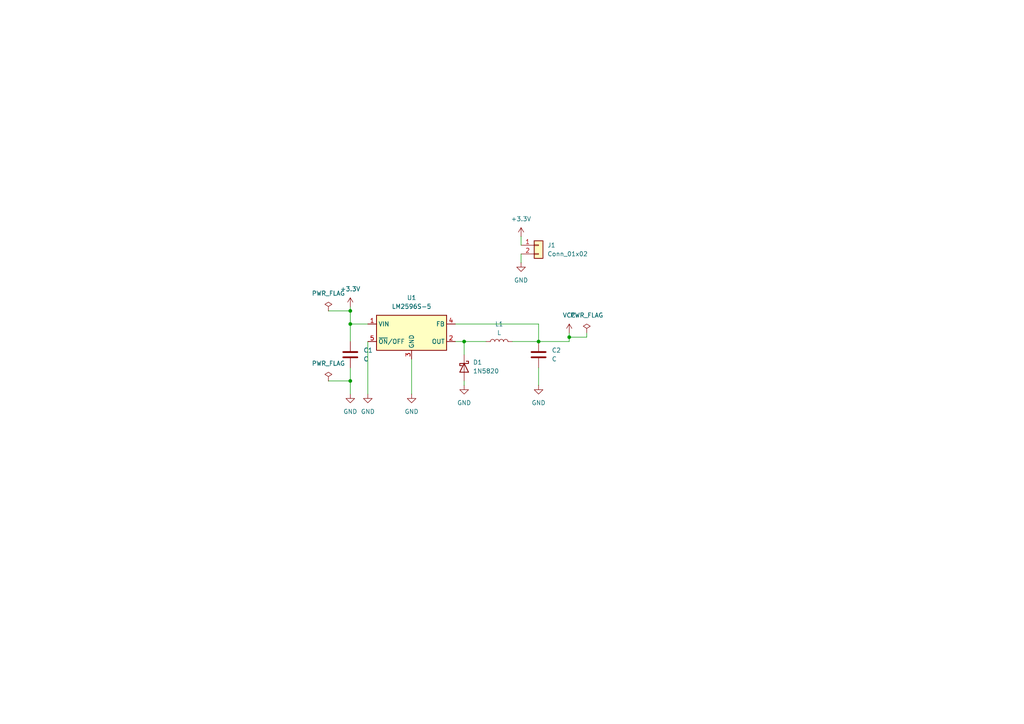
<source format=kicad_sch>
(kicad_sch
	(version 20250114)
	(generator "eeschema")
	(generator_version "9.0")
	(uuid "f8e1c99f-a4ff-45cc-8bbb-4d0a1c31023a")
	(paper "A4")
	(lib_symbols
		(symbol "Connector_Generic:Conn_01x02"
			(pin_names
				(offset 1.016)
				(hide yes)
			)
			(exclude_from_sim no)
			(in_bom yes)
			(on_board yes)
			(property "Reference" "J"
				(at 0 2.54 0)
				(effects
					(font
						(size 1.27 1.27)
					)
				)
			)
			(property "Value" "Conn_01x02"
				(at 0 -5.08 0)
				(effects
					(font
						(size 1.27 1.27)
					)
				)
			)
			(property "Footprint" ""
				(at 0 0 0)
				(effects
					(font
						(size 1.27 1.27)
					)
					(hide yes)
				)
			)
			(property "Datasheet" "~"
				(at 0 0 0)
				(effects
					(font
						(size 1.27 1.27)
					)
					(hide yes)
				)
			)
			(property "Description" "Generic connector, single row, 01x02, script generated (kicad-library-utils/schlib/autogen/connector/)"
				(at 0 0 0)
				(effects
					(font
						(size 1.27 1.27)
					)
					(hide yes)
				)
			)
			(property "ki_keywords" "connector"
				(at 0 0 0)
				(effects
					(font
						(size 1.27 1.27)
					)
					(hide yes)
				)
			)
			(property "ki_fp_filters" "Connector*:*_1x??_*"
				(at 0 0 0)
				(effects
					(font
						(size 1.27 1.27)
					)
					(hide yes)
				)
			)
			(symbol "Conn_01x02_1_1"
				(rectangle
					(start -1.27 1.27)
					(end 1.27 -3.81)
					(stroke
						(width 0.254)
						(type default)
					)
					(fill
						(type background)
					)
				)
				(rectangle
					(start -1.27 0.127)
					(end 0 -0.127)
					(stroke
						(width 0.1524)
						(type default)
					)
					(fill
						(type none)
					)
				)
				(rectangle
					(start -1.27 -2.413)
					(end 0 -2.667)
					(stroke
						(width 0.1524)
						(type default)
					)
					(fill
						(type none)
					)
				)
				(pin passive line
					(at -5.08 0 0)
					(length 3.81)
					(name "Pin_1"
						(effects
							(font
								(size 1.27 1.27)
							)
						)
					)
					(number "1"
						(effects
							(font
								(size 1.27 1.27)
							)
						)
					)
				)
				(pin passive line
					(at -5.08 -2.54 0)
					(length 3.81)
					(name "Pin_2"
						(effects
							(font
								(size 1.27 1.27)
							)
						)
					)
					(number "2"
						(effects
							(font
								(size 1.27 1.27)
							)
						)
					)
				)
			)
			(embedded_fonts no)
		)
		(symbol "Device:C"
			(pin_numbers
				(hide yes)
			)
			(pin_names
				(offset 0.254)
			)
			(exclude_from_sim no)
			(in_bom yes)
			(on_board yes)
			(property "Reference" "C"
				(at 0.635 2.54 0)
				(effects
					(font
						(size 1.27 1.27)
					)
					(justify left)
				)
			)
			(property "Value" "C"
				(at 0.635 -2.54 0)
				(effects
					(font
						(size 1.27 1.27)
					)
					(justify left)
				)
			)
			(property "Footprint" ""
				(at 0.9652 -3.81 0)
				(effects
					(font
						(size 1.27 1.27)
					)
					(hide yes)
				)
			)
			(property "Datasheet" "~"
				(at 0 0 0)
				(effects
					(font
						(size 1.27 1.27)
					)
					(hide yes)
				)
			)
			(property "Description" "Unpolarized capacitor"
				(at 0 0 0)
				(effects
					(font
						(size 1.27 1.27)
					)
					(hide yes)
				)
			)
			(property "ki_keywords" "cap capacitor"
				(at 0 0 0)
				(effects
					(font
						(size 1.27 1.27)
					)
					(hide yes)
				)
			)
			(property "ki_fp_filters" "C_*"
				(at 0 0 0)
				(effects
					(font
						(size 1.27 1.27)
					)
					(hide yes)
				)
			)
			(symbol "C_0_1"
				(polyline
					(pts
						(xy -2.032 0.762) (xy 2.032 0.762)
					)
					(stroke
						(width 0.508)
						(type default)
					)
					(fill
						(type none)
					)
				)
				(polyline
					(pts
						(xy -2.032 -0.762) (xy 2.032 -0.762)
					)
					(stroke
						(width 0.508)
						(type default)
					)
					(fill
						(type none)
					)
				)
			)
			(symbol "C_1_1"
				(pin passive line
					(at 0 3.81 270)
					(length 2.794)
					(name "~"
						(effects
							(font
								(size 1.27 1.27)
							)
						)
					)
					(number "1"
						(effects
							(font
								(size 1.27 1.27)
							)
						)
					)
				)
				(pin passive line
					(at 0 -3.81 90)
					(length 2.794)
					(name "~"
						(effects
							(font
								(size 1.27 1.27)
							)
						)
					)
					(number "2"
						(effects
							(font
								(size 1.27 1.27)
							)
						)
					)
				)
			)
			(embedded_fonts no)
		)
		(symbol "Device:L"
			(pin_numbers
				(hide yes)
			)
			(pin_names
				(offset 1.016)
				(hide yes)
			)
			(exclude_from_sim no)
			(in_bom yes)
			(on_board yes)
			(property "Reference" "L"
				(at -1.27 0 90)
				(effects
					(font
						(size 1.27 1.27)
					)
				)
			)
			(property "Value" "L"
				(at 1.905 0 90)
				(effects
					(font
						(size 1.27 1.27)
					)
				)
			)
			(property "Footprint" ""
				(at 0 0 0)
				(effects
					(font
						(size 1.27 1.27)
					)
					(hide yes)
				)
			)
			(property "Datasheet" "~"
				(at 0 0 0)
				(effects
					(font
						(size 1.27 1.27)
					)
					(hide yes)
				)
			)
			(property "Description" "Inductor"
				(at 0 0 0)
				(effects
					(font
						(size 1.27 1.27)
					)
					(hide yes)
				)
			)
			(property "ki_keywords" "inductor choke coil reactor magnetic"
				(at 0 0 0)
				(effects
					(font
						(size 1.27 1.27)
					)
					(hide yes)
				)
			)
			(property "ki_fp_filters" "Choke_* *Coil* Inductor_* L_*"
				(at 0 0 0)
				(effects
					(font
						(size 1.27 1.27)
					)
					(hide yes)
				)
			)
			(symbol "L_0_1"
				(arc
					(start 0 2.54)
					(mid 0.6323 1.905)
					(end 0 1.27)
					(stroke
						(width 0)
						(type default)
					)
					(fill
						(type none)
					)
				)
				(arc
					(start 0 1.27)
					(mid 0.6323 0.635)
					(end 0 0)
					(stroke
						(width 0)
						(type default)
					)
					(fill
						(type none)
					)
				)
				(arc
					(start 0 0)
					(mid 0.6323 -0.635)
					(end 0 -1.27)
					(stroke
						(width 0)
						(type default)
					)
					(fill
						(type none)
					)
				)
				(arc
					(start 0 -1.27)
					(mid 0.6323 -1.905)
					(end 0 -2.54)
					(stroke
						(width 0)
						(type default)
					)
					(fill
						(type none)
					)
				)
			)
			(symbol "L_1_1"
				(pin passive line
					(at 0 3.81 270)
					(length 1.27)
					(name "1"
						(effects
							(font
								(size 1.27 1.27)
							)
						)
					)
					(number "1"
						(effects
							(font
								(size 1.27 1.27)
							)
						)
					)
				)
				(pin passive line
					(at 0 -3.81 90)
					(length 1.27)
					(name "2"
						(effects
							(font
								(size 1.27 1.27)
							)
						)
					)
					(number "2"
						(effects
							(font
								(size 1.27 1.27)
							)
						)
					)
				)
			)
			(embedded_fonts no)
		)
		(symbol "Diode:1N5820"
			(pin_numbers
				(hide yes)
			)
			(pin_names
				(offset 1.016)
				(hide yes)
			)
			(exclude_from_sim no)
			(in_bom yes)
			(on_board yes)
			(property "Reference" "D"
				(at 0 2.54 0)
				(effects
					(font
						(size 1.27 1.27)
					)
				)
			)
			(property "Value" "1N5820"
				(at 0 -2.54 0)
				(effects
					(font
						(size 1.27 1.27)
					)
				)
			)
			(property "Footprint" "Diode_THT:D_DO-201AD_P15.24mm_Horizontal"
				(at 0 -4.445 0)
				(effects
					(font
						(size 1.27 1.27)
					)
					(hide yes)
				)
			)
			(property "Datasheet" "http://www.vishay.com/docs/88526/1n5820.pdf"
				(at 0 0 0)
				(effects
					(font
						(size 1.27 1.27)
					)
					(hide yes)
				)
			)
			(property "Description" "20V 3A Schottky Barrier Rectifier Diode, DO-201AD"
				(at 0 0 0)
				(effects
					(font
						(size 1.27 1.27)
					)
					(hide yes)
				)
			)
			(property "ki_keywords" "diode Schottky"
				(at 0 0 0)
				(effects
					(font
						(size 1.27 1.27)
					)
					(hide yes)
				)
			)
			(property "ki_fp_filters" "D*DO?201AD*"
				(at 0 0 0)
				(effects
					(font
						(size 1.27 1.27)
					)
					(hide yes)
				)
			)
			(symbol "1N5820_0_1"
				(polyline
					(pts
						(xy -1.905 0.635) (xy -1.905 1.27) (xy -1.27 1.27) (xy -1.27 -1.27) (xy -0.635 -1.27) (xy -0.635 -0.635)
					)
					(stroke
						(width 0.254)
						(type default)
					)
					(fill
						(type none)
					)
				)
				(polyline
					(pts
						(xy 1.27 1.27) (xy 1.27 -1.27) (xy -1.27 0) (xy 1.27 1.27)
					)
					(stroke
						(width 0.254)
						(type default)
					)
					(fill
						(type none)
					)
				)
				(polyline
					(pts
						(xy 1.27 0) (xy -1.27 0)
					)
					(stroke
						(width 0)
						(type default)
					)
					(fill
						(type none)
					)
				)
			)
			(symbol "1N5820_1_1"
				(pin passive line
					(at -3.81 0 0)
					(length 2.54)
					(name "K"
						(effects
							(font
								(size 1.27 1.27)
							)
						)
					)
					(number "1"
						(effects
							(font
								(size 1.27 1.27)
							)
						)
					)
				)
				(pin passive line
					(at 3.81 0 180)
					(length 2.54)
					(name "A"
						(effects
							(font
								(size 1.27 1.27)
							)
						)
					)
					(number "2"
						(effects
							(font
								(size 1.27 1.27)
							)
						)
					)
				)
			)
			(embedded_fonts no)
		)
		(symbol "Regulator_Switching:LM2596S-5"
			(exclude_from_sim no)
			(in_bom yes)
			(on_board yes)
			(property "Reference" "U"
				(at -10.16 6.35 0)
				(effects
					(font
						(size 1.27 1.27)
					)
					(justify left)
				)
			)
			(property "Value" "LM2596S-5"
				(at 0 6.35 0)
				(effects
					(font
						(size 1.27 1.27)
					)
					(justify left)
				)
			)
			(property "Footprint" "Package_TO_SOT_SMD:TO-263-5_TabPin3"
				(at 1.27 -6.35 0)
				(effects
					(font
						(size 1.27 1.27)
						(italic yes)
					)
					(justify left)
					(hide yes)
				)
			)
			(property "Datasheet" "http://www.ti.com/lit/ds/symlink/lm2596.pdf"
				(at 0 0 0)
				(effects
					(font
						(size 1.27 1.27)
					)
					(hide yes)
				)
			)
			(property "Description" "5V 3A Step-Down Voltage Regulator, TO-263"
				(at 0 0 0)
				(effects
					(font
						(size 1.27 1.27)
					)
					(hide yes)
				)
			)
			(property "ki_keywords" "Step-Down Voltage Regulator 5V 3A"
				(at 0 0 0)
				(effects
					(font
						(size 1.27 1.27)
					)
					(hide yes)
				)
			)
			(property "ki_fp_filters" "TO?263*"
				(at 0 0 0)
				(effects
					(font
						(size 1.27 1.27)
					)
					(hide yes)
				)
			)
			(symbol "LM2596S-5_0_1"
				(rectangle
					(start -10.16 5.08)
					(end 10.16 -5.08)
					(stroke
						(width 0.254)
						(type default)
					)
					(fill
						(type background)
					)
				)
			)
			(symbol "LM2596S-5_1_1"
				(pin power_in line
					(at -12.7 2.54 0)
					(length 2.54)
					(name "VIN"
						(effects
							(font
								(size 1.27 1.27)
							)
						)
					)
					(number "1"
						(effects
							(font
								(size 1.27 1.27)
							)
						)
					)
				)
				(pin input line
					(at -12.7 -2.54 0)
					(length 2.54)
					(name "~{ON}/OFF"
						(effects
							(font
								(size 1.27 1.27)
							)
						)
					)
					(number "5"
						(effects
							(font
								(size 1.27 1.27)
							)
						)
					)
				)
				(pin power_in line
					(at 0 -7.62 90)
					(length 2.54)
					(name "GND"
						(effects
							(font
								(size 1.27 1.27)
							)
						)
					)
					(number "3"
						(effects
							(font
								(size 1.27 1.27)
							)
						)
					)
				)
				(pin input line
					(at 12.7 2.54 180)
					(length 2.54)
					(name "FB"
						(effects
							(font
								(size 1.27 1.27)
							)
						)
					)
					(number "4"
						(effects
							(font
								(size 1.27 1.27)
							)
						)
					)
				)
				(pin output line
					(at 12.7 -2.54 180)
					(length 2.54)
					(name "OUT"
						(effects
							(font
								(size 1.27 1.27)
							)
						)
					)
					(number "2"
						(effects
							(font
								(size 1.27 1.27)
							)
						)
					)
				)
			)
			(embedded_fonts no)
		)
		(symbol "power:+3.3V"
			(power)
			(pin_numbers
				(hide yes)
			)
			(pin_names
				(offset 0)
				(hide yes)
			)
			(exclude_from_sim no)
			(in_bom yes)
			(on_board yes)
			(property "Reference" "#PWR"
				(at 0 -3.81 0)
				(effects
					(font
						(size 1.27 1.27)
					)
					(hide yes)
				)
			)
			(property "Value" "+3.3V"
				(at 0 3.556 0)
				(effects
					(font
						(size 1.27 1.27)
					)
				)
			)
			(property "Footprint" ""
				(at 0 0 0)
				(effects
					(font
						(size 1.27 1.27)
					)
					(hide yes)
				)
			)
			(property "Datasheet" ""
				(at 0 0 0)
				(effects
					(font
						(size 1.27 1.27)
					)
					(hide yes)
				)
			)
			(property "Description" "Power symbol creates a global label with name \"+3.3V\""
				(at 0 0 0)
				(effects
					(font
						(size 1.27 1.27)
					)
					(hide yes)
				)
			)
			(property "ki_keywords" "global power"
				(at 0 0 0)
				(effects
					(font
						(size 1.27 1.27)
					)
					(hide yes)
				)
			)
			(symbol "+3.3V_0_1"
				(polyline
					(pts
						(xy -0.762 1.27) (xy 0 2.54)
					)
					(stroke
						(width 0)
						(type default)
					)
					(fill
						(type none)
					)
				)
				(polyline
					(pts
						(xy 0 2.54) (xy 0.762 1.27)
					)
					(stroke
						(width 0)
						(type default)
					)
					(fill
						(type none)
					)
				)
				(polyline
					(pts
						(xy 0 0) (xy 0 2.54)
					)
					(stroke
						(width 0)
						(type default)
					)
					(fill
						(type none)
					)
				)
			)
			(symbol "+3.3V_1_1"
				(pin power_in line
					(at 0 0 90)
					(length 0)
					(name "~"
						(effects
							(font
								(size 1.27 1.27)
							)
						)
					)
					(number "1"
						(effects
							(font
								(size 1.27 1.27)
							)
						)
					)
				)
			)
			(embedded_fonts no)
		)
		(symbol "power:GND"
			(power)
			(pin_numbers
				(hide yes)
			)
			(pin_names
				(offset 0)
				(hide yes)
			)
			(exclude_from_sim no)
			(in_bom yes)
			(on_board yes)
			(property "Reference" "#PWR"
				(at 0 -6.35 0)
				(effects
					(font
						(size 1.27 1.27)
					)
					(hide yes)
				)
			)
			(property "Value" "GND"
				(at 0 -3.81 0)
				(effects
					(font
						(size 1.27 1.27)
					)
				)
			)
			(property "Footprint" ""
				(at 0 0 0)
				(effects
					(font
						(size 1.27 1.27)
					)
					(hide yes)
				)
			)
			(property "Datasheet" ""
				(at 0 0 0)
				(effects
					(font
						(size 1.27 1.27)
					)
					(hide yes)
				)
			)
			(property "Description" "Power symbol creates a global label with name \"GND\" , ground"
				(at 0 0 0)
				(effects
					(font
						(size 1.27 1.27)
					)
					(hide yes)
				)
			)
			(property "ki_keywords" "global power"
				(at 0 0 0)
				(effects
					(font
						(size 1.27 1.27)
					)
					(hide yes)
				)
			)
			(symbol "GND_0_1"
				(polyline
					(pts
						(xy 0 0) (xy 0 -1.27) (xy 1.27 -1.27) (xy 0 -2.54) (xy -1.27 -1.27) (xy 0 -1.27)
					)
					(stroke
						(width 0)
						(type default)
					)
					(fill
						(type none)
					)
				)
			)
			(symbol "GND_1_1"
				(pin power_in line
					(at 0 0 270)
					(length 0)
					(name "~"
						(effects
							(font
								(size 1.27 1.27)
							)
						)
					)
					(number "1"
						(effects
							(font
								(size 1.27 1.27)
							)
						)
					)
				)
			)
			(embedded_fonts no)
		)
		(symbol "power:PWR_FLAG"
			(power)
			(pin_numbers
				(hide yes)
			)
			(pin_names
				(offset 0)
				(hide yes)
			)
			(exclude_from_sim no)
			(in_bom yes)
			(on_board yes)
			(property "Reference" "#FLG"
				(at 0 1.905 0)
				(effects
					(font
						(size 1.27 1.27)
					)
					(hide yes)
				)
			)
			(property "Value" "PWR_FLAG"
				(at 0 3.81 0)
				(effects
					(font
						(size 1.27 1.27)
					)
				)
			)
			(property "Footprint" ""
				(at 0 0 0)
				(effects
					(font
						(size 1.27 1.27)
					)
					(hide yes)
				)
			)
			(property "Datasheet" "~"
				(at 0 0 0)
				(effects
					(font
						(size 1.27 1.27)
					)
					(hide yes)
				)
			)
			(property "Description" "Special symbol for telling ERC where power comes from"
				(at 0 0 0)
				(effects
					(font
						(size 1.27 1.27)
					)
					(hide yes)
				)
			)
			(property "ki_keywords" "flag power"
				(at 0 0 0)
				(effects
					(font
						(size 1.27 1.27)
					)
					(hide yes)
				)
			)
			(symbol "PWR_FLAG_0_0"
				(pin power_out line
					(at 0 0 90)
					(length 0)
					(name "~"
						(effects
							(font
								(size 1.27 1.27)
							)
						)
					)
					(number "1"
						(effects
							(font
								(size 1.27 1.27)
							)
						)
					)
				)
			)
			(symbol "PWR_FLAG_0_1"
				(polyline
					(pts
						(xy 0 0) (xy 0 1.27) (xy -1.016 1.905) (xy 0 2.54) (xy 1.016 1.905) (xy 0 1.27)
					)
					(stroke
						(width 0)
						(type default)
					)
					(fill
						(type none)
					)
				)
			)
			(embedded_fonts no)
		)
		(symbol "power:VCC"
			(power)
			(pin_numbers
				(hide yes)
			)
			(pin_names
				(offset 0)
				(hide yes)
			)
			(exclude_from_sim no)
			(in_bom yes)
			(on_board yes)
			(property "Reference" "#PWR"
				(at 0 -3.81 0)
				(effects
					(font
						(size 1.27 1.27)
					)
					(hide yes)
				)
			)
			(property "Value" "VCC"
				(at 0 3.556 0)
				(effects
					(font
						(size 1.27 1.27)
					)
				)
			)
			(property "Footprint" ""
				(at 0 0 0)
				(effects
					(font
						(size 1.27 1.27)
					)
					(hide yes)
				)
			)
			(property "Datasheet" ""
				(at 0 0 0)
				(effects
					(font
						(size 1.27 1.27)
					)
					(hide yes)
				)
			)
			(property "Description" "Power symbol creates a global label with name \"VCC\""
				(at 0 0 0)
				(effects
					(font
						(size 1.27 1.27)
					)
					(hide yes)
				)
			)
			(property "ki_keywords" "global power"
				(at 0 0 0)
				(effects
					(font
						(size 1.27 1.27)
					)
					(hide yes)
				)
			)
			(symbol "VCC_0_1"
				(polyline
					(pts
						(xy -0.762 1.27) (xy 0 2.54)
					)
					(stroke
						(width 0)
						(type default)
					)
					(fill
						(type none)
					)
				)
				(polyline
					(pts
						(xy 0 2.54) (xy 0.762 1.27)
					)
					(stroke
						(width 0)
						(type default)
					)
					(fill
						(type none)
					)
				)
				(polyline
					(pts
						(xy 0 0) (xy 0 2.54)
					)
					(stroke
						(width 0)
						(type default)
					)
					(fill
						(type none)
					)
				)
			)
			(symbol "VCC_1_1"
				(pin power_in line
					(at 0 0 90)
					(length 0)
					(name "~"
						(effects
							(font
								(size 1.27 1.27)
							)
						)
					)
					(number "1"
						(effects
							(font
								(size 1.27 1.27)
							)
						)
					)
				)
			)
			(embedded_fonts no)
		)
	)
	(junction
		(at 101.6 110.49)
		(diameter 0)
		(color 0 0 0 0)
		(uuid "2127caa7-efc6-4dcc-8147-d8e43da35576")
	)
	(junction
		(at 101.6 90.17)
		(diameter 0)
		(color 0 0 0 0)
		(uuid "7d84f46f-adde-40dd-b416-5637c4986610")
	)
	(junction
		(at 156.21 99.06)
		(diameter 0)
		(color 0 0 0 0)
		(uuid "95d237c6-c2ea-4237-aa52-207a039bb4eb")
	)
	(junction
		(at 134.62 99.06)
		(diameter 0)
		(color 0 0 0 0)
		(uuid "99bf6e01-7260-4ab7-905c-bb0056e483cc")
	)
	(junction
		(at 165.1 97.79)
		(diameter 0)
		(color 0 0 0 0)
		(uuid "cfcffb25-96aa-4a3b-90f8-0fb3dd885b64")
	)
	(junction
		(at 101.6 93.98)
		(diameter 0)
		(color 0 0 0 0)
		(uuid "ff90e17e-c1a3-49aa-baa7-cad93ec57499")
	)
	(wire
		(pts
			(xy 165.1 99.06) (xy 156.21 99.06)
		)
		(stroke
			(width 0)
			(type default)
		)
		(uuid "0f4677cf-9b88-49a2-8627-144cc873881e")
	)
	(wire
		(pts
			(xy 101.6 93.98) (xy 101.6 99.06)
		)
		(stroke
			(width 0)
			(type default)
		)
		(uuid "1031ba9b-c159-49a6-8f40-dbe85079d9aa")
	)
	(wire
		(pts
			(xy 106.68 99.06) (xy 106.68 114.3)
		)
		(stroke
			(width 0)
			(type default)
		)
		(uuid "1a4dc4f0-e787-4c1f-ada3-382bdb78b5f7")
	)
	(wire
		(pts
			(xy 148.59 99.06) (xy 156.21 99.06)
		)
		(stroke
			(width 0)
			(type default)
		)
		(uuid "1aa76e27-75ce-4d5a-bc7a-e9b34c9550e4")
	)
	(wire
		(pts
			(xy 95.25 110.49) (xy 101.6 110.49)
		)
		(stroke
			(width 0)
			(type default)
		)
		(uuid "2226eecc-7df7-48ef-817f-b3c14e0d748f")
	)
	(wire
		(pts
			(xy 165.1 97.79) (xy 165.1 99.06)
		)
		(stroke
			(width 0)
			(type default)
		)
		(uuid "48fc6a6e-9e76-473e-9bca-8c7c9b83e6f9")
	)
	(wire
		(pts
			(xy 165.1 96.52) (xy 165.1 97.79)
		)
		(stroke
			(width 0)
			(type default)
		)
		(uuid "4b53651f-3962-4f72-bf23-3807513a5476")
	)
	(wire
		(pts
			(xy 134.62 110.49) (xy 134.62 111.76)
		)
		(stroke
			(width 0)
			(type default)
		)
		(uuid "60f0832c-280c-4113-98f5-5e6a78239a1b")
	)
	(wire
		(pts
			(xy 134.62 99.06) (xy 134.62 102.87)
		)
		(stroke
			(width 0)
			(type default)
		)
		(uuid "64409610-daf2-405c-9a0d-1569ce41d02d")
	)
	(wire
		(pts
			(xy 156.21 106.68) (xy 156.21 111.76)
		)
		(stroke
			(width 0)
			(type default)
		)
		(uuid "691304be-6094-49a3-a941-dfcaf75607e2")
	)
	(wire
		(pts
			(xy 151.13 68.58) (xy 151.13 71.12)
		)
		(stroke
			(width 0)
			(type default)
		)
		(uuid "6a8a18a0-a7c6-4bd1-8c51-27565aa57261")
	)
	(wire
		(pts
			(xy 156.21 93.98) (xy 156.21 99.06)
		)
		(stroke
			(width 0)
			(type default)
		)
		(uuid "73b63e4b-66e4-4114-99cd-5db6ad78debe")
	)
	(wire
		(pts
			(xy 119.38 104.14) (xy 119.38 114.3)
		)
		(stroke
			(width 0)
			(type default)
		)
		(uuid "774129fe-1608-49bc-8977-9ba516366ac5")
	)
	(wire
		(pts
			(xy 134.62 99.06) (xy 140.97 99.06)
		)
		(stroke
			(width 0)
			(type default)
		)
		(uuid "864646e8-2b47-4361-b12b-a8dbd1ee8c3d")
	)
	(wire
		(pts
			(xy 101.6 90.17) (xy 101.6 93.98)
		)
		(stroke
			(width 0)
			(type default)
		)
		(uuid "87505e6d-448f-4ae9-9c22-4741842aea30")
	)
	(wire
		(pts
			(xy 170.18 97.79) (xy 165.1 97.79)
		)
		(stroke
			(width 0)
			(type default)
		)
		(uuid "8821a429-2d00-4662-9e0f-5c65f472a5c2")
	)
	(wire
		(pts
			(xy 101.6 88.9) (xy 101.6 90.17)
		)
		(stroke
			(width 0)
			(type default)
		)
		(uuid "8bb6747e-6f47-45bd-8a61-9b2041e83a34")
	)
	(wire
		(pts
			(xy 101.6 106.68) (xy 101.6 110.49)
		)
		(stroke
			(width 0)
			(type default)
		)
		(uuid "8dc9e98b-bc59-4fdd-89b8-702743b650a1")
	)
	(wire
		(pts
			(xy 101.6 110.49) (xy 101.6 114.3)
		)
		(stroke
			(width 0)
			(type default)
		)
		(uuid "b2265708-5ea6-452c-a20a-08c313487d97")
	)
	(wire
		(pts
			(xy 132.08 93.98) (xy 156.21 93.98)
		)
		(stroke
			(width 0)
			(type default)
		)
		(uuid "bd664e88-4782-4e18-acaf-89048628fb89")
	)
	(wire
		(pts
			(xy 101.6 93.98) (xy 106.68 93.98)
		)
		(stroke
			(width 0)
			(type default)
		)
		(uuid "c5feb510-dcb4-4491-aca7-c8a92db361fb")
	)
	(wire
		(pts
			(xy 151.13 73.66) (xy 151.13 76.2)
		)
		(stroke
			(width 0)
			(type default)
		)
		(uuid "de076cf5-990b-4ca8-9a76-576793ccdd3d")
	)
	(wire
		(pts
			(xy 95.25 90.17) (xy 101.6 90.17)
		)
		(stroke
			(width 0)
			(type default)
		)
		(uuid "e53c7bab-0659-4234-a636-9497e19effc8")
	)
	(wire
		(pts
			(xy 132.08 99.06) (xy 134.62 99.06)
		)
		(stroke
			(width 0)
			(type default)
		)
		(uuid "e74a6848-3236-4213-9c8e-7c3d04244786")
	)
	(wire
		(pts
			(xy 170.18 96.52) (xy 170.18 97.79)
		)
		(stroke
			(width 0)
			(type default)
		)
		(uuid "f50814e7-3e7a-4413-90aa-690c8be84a0a")
	)
	(symbol
		(lib_id "power:PWR_FLAG")
		(at 95.25 110.49 0)
		(unit 1)
		(exclude_from_sim no)
		(in_bom yes)
		(on_board yes)
		(dnp no)
		(fields_autoplaced yes)
		(uuid "06a353e3-9a3a-4043-a0a2-c8df30e9d804")
		(property "Reference" "#FLG02"
			(at 95.25 108.585 0)
			(effects
				(font
					(size 1.27 1.27)
				)
				(hide yes)
			)
		)
		(property "Value" "PWR_FLAG"
			(at 95.25 105.41 0)
			(effects
				(font
					(size 1.27 1.27)
				)
			)
		)
		(property "Footprint" ""
			(at 95.25 110.49 0)
			(effects
				(font
					(size 1.27 1.27)
				)
				(hide yes)
			)
		)
		(property "Datasheet" "~"
			(at 95.25 110.49 0)
			(effects
				(font
					(size 1.27 1.27)
				)
				(hide yes)
			)
		)
		(property "Description" "Special symbol for telling ERC where power comes from"
			(at 95.25 110.49 0)
			(effects
				(font
					(size 1.27 1.27)
				)
				(hide yes)
			)
		)
		(pin "1"
			(uuid "f36a52cb-5696-497c-b692-2cbaa9cba6aa")
		)
		(instances
			(project "Buck converter"
				(path "/f8e1c99f-a4ff-45cc-8bbb-4d0a1c31023a"
					(reference "#FLG02")
					(unit 1)
				)
			)
		)
	)
	(symbol
		(lib_id "power:PWR_FLAG")
		(at 170.18 96.52 0)
		(unit 1)
		(exclude_from_sim no)
		(in_bom yes)
		(on_board yes)
		(dnp no)
		(fields_autoplaced yes)
		(uuid "0e553057-e06b-45a6-88e9-021760184a11")
		(property "Reference" "#FLG03"
			(at 170.18 94.615 0)
			(effects
				(font
					(size 1.27 1.27)
				)
				(hide yes)
			)
		)
		(property "Value" "PWR_FLAG"
			(at 170.18 91.44 0)
			(effects
				(font
					(size 1.27 1.27)
				)
			)
		)
		(property "Footprint" ""
			(at 170.18 96.52 0)
			(effects
				(font
					(size 1.27 1.27)
				)
				(hide yes)
			)
		)
		(property "Datasheet" "~"
			(at 170.18 96.52 0)
			(effects
				(font
					(size 1.27 1.27)
				)
				(hide yes)
			)
		)
		(property "Description" "Special symbol for telling ERC where power comes from"
			(at 170.18 96.52 0)
			(effects
				(font
					(size 1.27 1.27)
				)
				(hide yes)
			)
		)
		(pin "1"
			(uuid "6e249ad0-f84c-4226-8a0f-80f8c0103ef0")
		)
		(instances
			(project "Buck converter"
				(path "/f8e1c99f-a4ff-45cc-8bbb-4d0a1c31023a"
					(reference "#FLG03")
					(unit 1)
				)
			)
		)
	)
	(symbol
		(lib_id "Connector_Generic:Conn_01x02")
		(at 156.21 71.12 0)
		(unit 1)
		(exclude_from_sim no)
		(in_bom yes)
		(on_board yes)
		(dnp no)
		(fields_autoplaced yes)
		(uuid "235d998f-4241-4400-a00b-8fbd1e1d7123")
		(property "Reference" "J1"
			(at 158.75 71.1199 0)
			(effects
				(font
					(size 1.27 1.27)
				)
				(justify left)
			)
		)
		(property "Value" "Conn_01x02"
			(at 158.75 73.6599 0)
			(effects
				(font
					(size 1.27 1.27)
				)
				(justify left)
			)
		)
		(property "Footprint" "TerminalBlock_MetzConnect:TerminalBlock_MetzConnect_360410_1x01_Horizontal_ScrewM3.0"
			(at 156.21 71.12 0)
			(effects
				(font
					(size 1.27 1.27)
				)
				(hide yes)
			)
		)
		(property "Datasheet" "~"
			(at 156.21 71.12 0)
			(effects
				(font
					(size 1.27 1.27)
				)
				(hide yes)
			)
		)
		(property "Description" "Generic connector, single row, 01x02, script generated (kicad-library-utils/schlib/autogen/connector/)"
			(at 156.21 71.12 0)
			(effects
				(font
					(size 1.27 1.27)
				)
				(hide yes)
			)
		)
		(pin "2"
			(uuid "332e7c66-e643-4159-be33-4e8644f02862")
		)
		(pin "1"
			(uuid "e56c94d9-dbee-4dba-a35a-02d5652ed71d")
		)
		(instances
			(project ""
				(path "/f8e1c99f-a4ff-45cc-8bbb-4d0a1c31023a"
					(reference "J1")
					(unit 1)
				)
			)
		)
	)
	(symbol
		(lib_id "power:GND")
		(at 101.6 114.3 0)
		(unit 1)
		(exclude_from_sim no)
		(in_bom yes)
		(on_board yes)
		(dnp no)
		(fields_autoplaced yes)
		(uuid "29865f63-11dc-485f-b408-010c7589fd4d")
		(property "Reference" "#PWR02"
			(at 101.6 120.65 0)
			(effects
				(font
					(size 1.27 1.27)
				)
				(hide yes)
			)
		)
		(property "Value" "GND"
			(at 101.6 119.38 0)
			(effects
				(font
					(size 1.27 1.27)
				)
			)
		)
		(property "Footprint" ""
			(at 101.6 114.3 0)
			(effects
				(font
					(size 1.27 1.27)
				)
				(hide yes)
			)
		)
		(property "Datasheet" ""
			(at 101.6 114.3 0)
			(effects
				(font
					(size 1.27 1.27)
				)
				(hide yes)
			)
		)
		(property "Description" "Power symbol creates a global label with name \"GND\" , ground"
			(at 101.6 114.3 0)
			(effects
				(font
					(size 1.27 1.27)
				)
				(hide yes)
			)
		)
		(pin "1"
			(uuid "041627e0-118d-492a-90c6-f633ebee5376")
		)
		(instances
			(project ""
				(path "/f8e1c99f-a4ff-45cc-8bbb-4d0a1c31023a"
					(reference "#PWR02")
					(unit 1)
				)
			)
		)
	)
	(symbol
		(lib_id "power:GND")
		(at 156.21 111.76 0)
		(unit 1)
		(exclude_from_sim no)
		(in_bom yes)
		(on_board yes)
		(dnp no)
		(fields_autoplaced yes)
		(uuid "45f015c7-1045-492f-842e-2d0bf524975e")
		(property "Reference" "#PWR06"
			(at 156.21 118.11 0)
			(effects
				(font
					(size 1.27 1.27)
				)
				(hide yes)
			)
		)
		(property "Value" "GND"
			(at 156.21 116.84 0)
			(effects
				(font
					(size 1.27 1.27)
				)
			)
		)
		(property "Footprint" ""
			(at 156.21 111.76 0)
			(effects
				(font
					(size 1.27 1.27)
				)
				(hide yes)
			)
		)
		(property "Datasheet" ""
			(at 156.21 111.76 0)
			(effects
				(font
					(size 1.27 1.27)
				)
				(hide yes)
			)
		)
		(property "Description" "Power symbol creates a global label with name \"GND\" , ground"
			(at 156.21 111.76 0)
			(effects
				(font
					(size 1.27 1.27)
				)
				(hide yes)
			)
		)
		(pin "1"
			(uuid "20c81b52-6e57-45c3-abea-88d5b0b851d0")
		)
		(instances
			(project "Buck converter"
				(path "/f8e1c99f-a4ff-45cc-8bbb-4d0a1c31023a"
					(reference "#PWR06")
					(unit 1)
				)
			)
		)
	)
	(symbol
		(lib_id "Device:C")
		(at 101.6 102.87 0)
		(unit 1)
		(exclude_from_sim no)
		(in_bom yes)
		(on_board yes)
		(dnp no)
		(fields_autoplaced yes)
		(uuid "4e5eca4c-7633-44dc-82a4-191546b88285")
		(property "Reference" "C1"
			(at 105.41 101.5999 0)
			(effects
				(font
					(size 1.27 1.27)
				)
				(justify left)
			)
		)
		(property "Value" "C"
			(at 105.41 104.1399 0)
			(effects
				(font
					(size 1.27 1.27)
				)
				(justify left)
			)
		)
		(property "Footprint" "Capacitor_SMD:CP_Elec_6.3x3"
			(at 102.5652 106.68 0)
			(effects
				(font
					(size 1.27 1.27)
				)
				(hide yes)
			)
		)
		(property "Datasheet" "~"
			(at 101.6 102.87 0)
			(effects
				(font
					(size 1.27 1.27)
				)
				(hide yes)
			)
		)
		(property "Description" "Unpolarized capacitor"
			(at 101.6 102.87 0)
			(effects
				(font
					(size 1.27 1.27)
				)
				(hide yes)
			)
		)
		(pin "2"
			(uuid "b97614c6-52a0-4e7c-80bc-d51a6a22a169")
		)
		(pin "1"
			(uuid "43a8e1af-0761-4851-8b0c-27870350065c")
		)
		(instances
			(project ""
				(path "/f8e1c99f-a4ff-45cc-8bbb-4d0a1c31023a"
					(reference "C1")
					(unit 1)
				)
			)
		)
	)
	(symbol
		(lib_id "power:+3.3V")
		(at 151.13 68.58 0)
		(unit 1)
		(exclude_from_sim no)
		(in_bom yes)
		(on_board yes)
		(dnp no)
		(fields_autoplaced yes)
		(uuid "583f9bda-c374-46bf-9b96-df0be64d9438")
		(property "Reference" "#PWR09"
			(at 151.13 72.39 0)
			(effects
				(font
					(size 1.27 1.27)
				)
				(hide yes)
			)
		)
		(property "Value" "+3.3V"
			(at 151.13 63.5 0)
			(effects
				(font
					(size 1.27 1.27)
				)
			)
		)
		(property "Footprint" ""
			(at 151.13 68.58 0)
			(effects
				(font
					(size 1.27 1.27)
				)
				(hide yes)
			)
		)
		(property "Datasheet" ""
			(at 151.13 68.58 0)
			(effects
				(font
					(size 1.27 1.27)
				)
				(hide yes)
			)
		)
		(property "Description" "Power symbol creates a global label with name \"+3.3V\""
			(at 151.13 68.58 0)
			(effects
				(font
					(size 1.27 1.27)
				)
				(hide yes)
			)
		)
		(pin "1"
			(uuid "d979f7be-94e0-4312-bbdc-906d0c1462ff")
		)
		(instances
			(project "Buck converter"
				(path "/f8e1c99f-a4ff-45cc-8bbb-4d0a1c31023a"
					(reference "#PWR09")
					(unit 1)
				)
			)
		)
	)
	(symbol
		(lib_id "power:GND")
		(at 151.13 76.2 0)
		(unit 1)
		(exclude_from_sim no)
		(in_bom yes)
		(on_board yes)
		(dnp no)
		(fields_autoplaced yes)
		(uuid "60c68c79-4fed-4a49-8681-2d53ccb87d03")
		(property "Reference" "#PWR08"
			(at 151.13 82.55 0)
			(effects
				(font
					(size 1.27 1.27)
				)
				(hide yes)
			)
		)
		(property "Value" "GND"
			(at 151.13 81.28 0)
			(effects
				(font
					(size 1.27 1.27)
				)
			)
		)
		(property "Footprint" ""
			(at 151.13 76.2 0)
			(effects
				(font
					(size 1.27 1.27)
				)
				(hide yes)
			)
		)
		(property "Datasheet" ""
			(at 151.13 76.2 0)
			(effects
				(font
					(size 1.27 1.27)
				)
				(hide yes)
			)
		)
		(property "Description" "Power symbol creates a global label with name \"GND\" , ground"
			(at 151.13 76.2 0)
			(effects
				(font
					(size 1.27 1.27)
				)
				(hide yes)
			)
		)
		(pin "1"
			(uuid "f04bb6b5-e58c-46ad-8be5-92f47b8742b6")
		)
		(instances
			(project "Buck converter"
				(path "/f8e1c99f-a4ff-45cc-8bbb-4d0a1c31023a"
					(reference "#PWR08")
					(unit 1)
				)
			)
		)
	)
	(symbol
		(lib_id "power:GND")
		(at 119.38 114.3 0)
		(unit 1)
		(exclude_from_sim no)
		(in_bom yes)
		(on_board yes)
		(dnp no)
		(fields_autoplaced yes)
		(uuid "683fa485-9283-48ee-8401-5eb208ed149a")
		(property "Reference" "#PWR04"
			(at 119.38 120.65 0)
			(effects
				(font
					(size 1.27 1.27)
				)
				(hide yes)
			)
		)
		(property "Value" "GND"
			(at 119.38 119.38 0)
			(effects
				(font
					(size 1.27 1.27)
				)
			)
		)
		(property "Footprint" ""
			(at 119.38 114.3 0)
			(effects
				(font
					(size 1.27 1.27)
				)
				(hide yes)
			)
		)
		(property "Datasheet" ""
			(at 119.38 114.3 0)
			(effects
				(font
					(size 1.27 1.27)
				)
				(hide yes)
			)
		)
		(property "Description" "Power symbol creates a global label with name \"GND\" , ground"
			(at 119.38 114.3 0)
			(effects
				(font
					(size 1.27 1.27)
				)
				(hide yes)
			)
		)
		(pin "1"
			(uuid "c4020a06-369d-4ad4-999a-e0044085f831")
		)
		(instances
			(project "Buck converter"
				(path "/f8e1c99f-a4ff-45cc-8bbb-4d0a1c31023a"
					(reference "#PWR04")
					(unit 1)
				)
			)
		)
	)
	(symbol
		(lib_id "Diode:1N5820")
		(at 134.62 106.68 270)
		(unit 1)
		(exclude_from_sim no)
		(in_bom yes)
		(on_board yes)
		(dnp no)
		(fields_autoplaced yes)
		(uuid "819fecb1-4b9b-42c3-8e8b-c66e96395ad2")
		(property "Reference" "D1"
			(at 137.16 105.0924 90)
			(effects
				(font
					(size 1.27 1.27)
				)
				(justify left)
			)
		)
		(property "Value" "1N5820"
			(at 137.16 107.6324 90)
			(effects
				(font
					(size 1.27 1.27)
				)
				(justify left)
			)
		)
		(property "Footprint" "Diode_THT:D_DO-201AD_P15.24mm_Horizontal"
			(at 130.175 106.68 0)
			(effects
				(font
					(size 1.27 1.27)
				)
				(hide yes)
			)
		)
		(property "Datasheet" "http://www.vishay.com/docs/88526/1n5820.pdf"
			(at 134.62 106.68 0)
			(effects
				(font
					(size 1.27 1.27)
				)
				(hide yes)
			)
		)
		(property "Description" "20V 3A Schottky Barrier Rectifier Diode, DO-201AD"
			(at 134.62 106.68 0)
			(effects
				(font
					(size 1.27 1.27)
				)
				(hide yes)
			)
		)
		(pin "1"
			(uuid "6926f516-0e53-4893-b75d-d94b5f11c3fb")
		)
		(pin "2"
			(uuid "99e4ab37-681c-4e61-9f73-592c56a5fc6b")
		)
		(instances
			(project ""
				(path "/f8e1c99f-a4ff-45cc-8bbb-4d0a1c31023a"
					(reference "D1")
					(unit 1)
				)
			)
		)
	)
	(symbol
		(lib_id "Device:L")
		(at 144.78 99.06 90)
		(unit 1)
		(exclude_from_sim no)
		(in_bom yes)
		(on_board yes)
		(dnp no)
		(fields_autoplaced yes)
		(uuid "962e8ea8-2a88-4eae-8125-b5fb75aaa355")
		(property "Reference" "L1"
			(at 144.78 93.98 90)
			(effects
				(font
					(size 1.27 1.27)
				)
			)
		)
		(property "Value" "L"
			(at 144.78 96.52 90)
			(effects
				(font
					(size 1.27 1.27)
				)
			)
		)
		(property "Footprint" "Inductor_SMD:L_APV_ANR3010"
			(at 144.78 99.06 0)
			(effects
				(font
					(size 1.27 1.27)
				)
				(hide yes)
			)
		)
		(property "Datasheet" "~"
			(at 144.78 99.06 0)
			(effects
				(font
					(size 1.27 1.27)
				)
				(hide yes)
			)
		)
		(property "Description" "Inductor"
			(at 144.78 99.06 0)
			(effects
				(font
					(size 1.27 1.27)
				)
				(hide yes)
			)
		)
		(pin "1"
			(uuid "c6578337-a6e1-4cca-a994-f33307670290")
		)
		(pin "2"
			(uuid "d45dcfaa-e8d2-4671-bd09-1af68b067b19")
		)
		(instances
			(project ""
				(path "/f8e1c99f-a4ff-45cc-8bbb-4d0a1c31023a"
					(reference "L1")
					(unit 1)
				)
			)
		)
	)
	(symbol
		(lib_id "power:GND")
		(at 106.68 114.3 0)
		(unit 1)
		(exclude_from_sim no)
		(in_bom yes)
		(on_board yes)
		(dnp no)
		(fields_autoplaced yes)
		(uuid "a7436c7b-3622-4750-8954-193015e3cdd5")
		(property "Reference" "#PWR010"
			(at 106.68 120.65 0)
			(effects
				(font
					(size 1.27 1.27)
				)
				(hide yes)
			)
		)
		(property "Value" "GND"
			(at 106.68 119.38 0)
			(effects
				(font
					(size 1.27 1.27)
				)
			)
		)
		(property "Footprint" ""
			(at 106.68 114.3 0)
			(effects
				(font
					(size 1.27 1.27)
				)
				(hide yes)
			)
		)
		(property "Datasheet" ""
			(at 106.68 114.3 0)
			(effects
				(font
					(size 1.27 1.27)
				)
				(hide yes)
			)
		)
		(property "Description" "Power symbol creates a global label with name \"GND\" , ground"
			(at 106.68 114.3 0)
			(effects
				(font
					(size 1.27 1.27)
				)
				(hide yes)
			)
		)
		(pin "1"
			(uuid "8cc644d4-1c46-4009-aae8-84e336010a81")
		)
		(instances
			(project "Buck converter"
				(path "/f8e1c99f-a4ff-45cc-8bbb-4d0a1c31023a"
					(reference "#PWR010")
					(unit 1)
				)
			)
		)
	)
	(symbol
		(lib_id "power:PWR_FLAG")
		(at 95.25 90.17 0)
		(unit 1)
		(exclude_from_sim no)
		(in_bom yes)
		(on_board yes)
		(dnp no)
		(fields_autoplaced yes)
		(uuid "ab092d83-8b2c-4df5-9134-726b3c0d9e85")
		(property "Reference" "#FLG01"
			(at 95.25 88.265 0)
			(effects
				(font
					(size 1.27 1.27)
				)
				(hide yes)
			)
		)
		(property "Value" "PWR_FLAG"
			(at 95.25 85.09 0)
			(effects
				(font
					(size 1.27 1.27)
				)
			)
		)
		(property "Footprint" ""
			(at 95.25 90.17 0)
			(effects
				(font
					(size 1.27 1.27)
				)
				(hide yes)
			)
		)
		(property "Datasheet" "~"
			(at 95.25 90.17 0)
			(effects
				(font
					(size 1.27 1.27)
				)
				(hide yes)
			)
		)
		(property "Description" "Special symbol for telling ERC where power comes from"
			(at 95.25 90.17 0)
			(effects
				(font
					(size 1.27 1.27)
				)
				(hide yes)
			)
		)
		(pin "1"
			(uuid "5c7cbc37-eda7-482f-98ed-e920f0977164")
		)
		(instances
			(project ""
				(path "/f8e1c99f-a4ff-45cc-8bbb-4d0a1c31023a"
					(reference "#FLG01")
					(unit 1)
				)
			)
		)
	)
	(symbol
		(lib_id "power:+3.3V")
		(at 101.6 88.9 0)
		(unit 1)
		(exclude_from_sim no)
		(in_bom yes)
		(on_board yes)
		(dnp no)
		(fields_autoplaced yes)
		(uuid "ab81b45c-c629-4cfe-88f2-f7275f53376c")
		(property "Reference" "#PWR01"
			(at 101.6 92.71 0)
			(effects
				(font
					(size 1.27 1.27)
				)
				(hide yes)
			)
		)
		(property "Value" "+3.3V"
			(at 101.6 83.82 0)
			(effects
				(font
					(size 1.27 1.27)
				)
			)
		)
		(property "Footprint" ""
			(at 101.6 88.9 0)
			(effects
				(font
					(size 1.27 1.27)
				)
				(hide yes)
			)
		)
		(property "Datasheet" ""
			(at 101.6 88.9 0)
			(effects
				(font
					(size 1.27 1.27)
				)
				(hide yes)
			)
		)
		(property "Description" "Power symbol creates a global label with name \"+3.3V\""
			(at 101.6 88.9 0)
			(effects
				(font
					(size 1.27 1.27)
				)
				(hide yes)
			)
		)
		(pin "1"
			(uuid "5f8f98d6-9436-4eea-acda-60bfd4b4363a")
		)
		(instances
			(project ""
				(path "/f8e1c99f-a4ff-45cc-8bbb-4d0a1c31023a"
					(reference "#PWR01")
					(unit 1)
				)
			)
		)
	)
	(symbol
		(lib_id "power:GND")
		(at 134.62 111.76 0)
		(unit 1)
		(exclude_from_sim no)
		(in_bom yes)
		(on_board yes)
		(dnp no)
		(fields_autoplaced yes)
		(uuid "bc5a1ff4-1b22-46f4-9481-8eaa3d1ece96")
		(property "Reference" "#PWR05"
			(at 134.62 118.11 0)
			(effects
				(font
					(size 1.27 1.27)
				)
				(hide yes)
			)
		)
		(property "Value" "GND"
			(at 134.62 116.84 0)
			(effects
				(font
					(size 1.27 1.27)
				)
			)
		)
		(property "Footprint" ""
			(at 134.62 111.76 0)
			(effects
				(font
					(size 1.27 1.27)
				)
				(hide yes)
			)
		)
		(property "Datasheet" ""
			(at 134.62 111.76 0)
			(effects
				(font
					(size 1.27 1.27)
				)
				(hide yes)
			)
		)
		(property "Description" "Power symbol creates a global label with name \"GND\" , ground"
			(at 134.62 111.76 0)
			(effects
				(font
					(size 1.27 1.27)
				)
				(hide yes)
			)
		)
		(pin "1"
			(uuid "c1130928-d40c-4300-a545-2b483e4d64b8")
		)
		(instances
			(project "Buck converter"
				(path "/f8e1c99f-a4ff-45cc-8bbb-4d0a1c31023a"
					(reference "#PWR05")
					(unit 1)
				)
			)
		)
	)
	(symbol
		(lib_id "Device:C")
		(at 156.21 102.87 0)
		(unit 1)
		(exclude_from_sim no)
		(in_bom yes)
		(on_board yes)
		(dnp no)
		(uuid "be6cf8b9-9628-450b-b45a-f1d483fec4d6")
		(property "Reference" "C2"
			(at 160.02 101.5999 0)
			(effects
				(font
					(size 1.27 1.27)
				)
				(justify left)
			)
		)
		(property "Value" "C"
			(at 160.02 104.1399 0)
			(effects
				(font
					(size 1.27 1.27)
				)
				(justify left)
			)
		)
		(property "Footprint" "Capacitor_SMD:CP_Elec_6.3x3"
			(at 157.1752 106.68 0)
			(effects
				(font
					(size 1.27 1.27)
				)
				(hide yes)
			)
		)
		(property "Datasheet" "~"
			(at 156.21 102.87 0)
			(effects
				(font
					(size 1.27 1.27)
				)
				(hide yes)
			)
		)
		(property "Description" "Unpolarized capacitor"
			(at 156.21 102.87 0)
			(effects
				(font
					(size 1.27 1.27)
				)
				(hide yes)
			)
		)
		(pin "2"
			(uuid "887438ea-2765-497a-a35c-00f79c860e35")
		)
		(pin "1"
			(uuid "75648f24-c23f-4276-8f22-1cc720f95e55")
		)
		(instances
			(project "Buck converter"
				(path "/f8e1c99f-a4ff-45cc-8bbb-4d0a1c31023a"
					(reference "C2")
					(unit 1)
				)
			)
		)
	)
	(symbol
		(lib_id "power:VCC")
		(at 165.1 96.52 0)
		(unit 1)
		(exclude_from_sim no)
		(in_bom yes)
		(on_board yes)
		(dnp no)
		(fields_autoplaced yes)
		(uuid "eeba4075-d3af-4d8e-aece-1b36702f3006")
		(property "Reference" "#PWR07"
			(at 165.1 100.33 0)
			(effects
				(font
					(size 1.27 1.27)
				)
				(hide yes)
			)
		)
		(property "Value" "VCC"
			(at 165.1 91.44 0)
			(effects
				(font
					(size 1.27 1.27)
				)
			)
		)
		(property "Footprint" ""
			(at 165.1 96.52 0)
			(effects
				(font
					(size 1.27 1.27)
				)
				(hide yes)
			)
		)
		(property "Datasheet" ""
			(at 165.1 96.52 0)
			(effects
				(font
					(size 1.27 1.27)
				)
				(hide yes)
			)
		)
		(property "Description" "Power symbol creates a global label with name \"VCC\""
			(at 165.1 96.52 0)
			(effects
				(font
					(size 1.27 1.27)
				)
				(hide yes)
			)
		)
		(pin "1"
			(uuid "3f8511e7-c62a-49b6-b7a3-2c650b623d58")
		)
		(instances
			(project ""
				(path "/f8e1c99f-a4ff-45cc-8bbb-4d0a1c31023a"
					(reference "#PWR07")
					(unit 1)
				)
			)
		)
	)
	(symbol
		(lib_id "Regulator_Switching:LM2596S-5")
		(at 119.38 96.52 0)
		(unit 1)
		(exclude_from_sim no)
		(in_bom yes)
		(on_board yes)
		(dnp no)
		(fields_autoplaced yes)
		(uuid "f8a5943f-34de-4440-8301-a7b4ce9530f8")
		(property "Reference" "U1"
			(at 119.38 86.36 0)
			(effects
				(font
					(size 1.27 1.27)
				)
			)
		)
		(property "Value" "LM2596S-5"
			(at 119.38 88.9 0)
			(effects
				(font
					(size 1.27 1.27)
				)
			)
		)
		(property "Footprint" "Package_TO_SOT_SMD:TO-263-5_TabPin3"
			(at 120.65 102.87 0)
			(effects
				(font
					(size 1.27 1.27)
					(italic yes)
				)
				(justify left)
				(hide yes)
			)
		)
		(property "Datasheet" "http://www.ti.com/lit/ds/symlink/lm2596.pdf"
			(at 119.38 96.52 0)
			(effects
				(font
					(size 1.27 1.27)
				)
				(hide yes)
			)
		)
		(property "Description" "5V 3A Step-Down Voltage Regulator, TO-263"
			(at 119.38 96.52 0)
			(effects
				(font
					(size 1.27 1.27)
				)
				(hide yes)
			)
		)
		(pin "3"
			(uuid "4349c911-f561-4f18-8f36-4d96a9e1530d")
		)
		(pin "4"
			(uuid "63377b67-25fb-4703-b36a-fc57a3f019f4")
		)
		(pin "2"
			(uuid "069706b4-451d-4de8-bf09-0f34b1407857")
		)
		(pin "1"
			(uuid "395e001a-cc39-454f-acc2-56c5cc982890")
		)
		(pin "5"
			(uuid "8db9aead-acb0-45e8-a3bb-545540726228")
		)
		(instances
			(project ""
				(path "/f8e1c99f-a4ff-45cc-8bbb-4d0a1c31023a"
					(reference "U1")
					(unit 1)
				)
			)
		)
	)
	(sheet_instances
		(path "/"
			(page "1")
		)
	)
	(embedded_fonts no)
)

</source>
